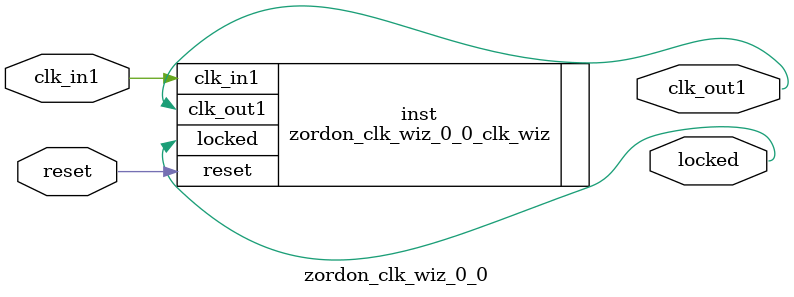
<source format=v>


`timescale 1ps/1ps

(* CORE_GENERATION_INFO = "zordon_clk_wiz_0_0,clk_wiz_v5_3_2_0,{component_name=zordon_clk_wiz_0_0,use_phase_alignment=true,use_min_o_jitter=false,use_max_i_jitter=false,use_dyn_phase_shift=false,use_inclk_switchover=false,use_dyn_reconfig=false,enable_axi=0,feedback_source=FDBK_AUTO,PRIMITIVE=PLL,num_out_clk=1,clkin1_period=8.0,clkin2_period=10.0,use_power_down=false,use_reset=true,use_locked=true,use_inclk_stopped=false,feedback_type=SINGLE,CLOCK_MGR_TYPE=NA,manual_override=false}" *)

module zordon_clk_wiz_0_0 
 (
  // Clock out ports
  output        clk_out1,
  // Status and control signals
  input         reset,
  output        locked,
 // Clock in ports
  input         clk_in1
 );

  zordon_clk_wiz_0_0_clk_wiz inst
  (
  // Clock out ports  
  .clk_out1(clk_out1),
  // Status and control signals               
  .reset(reset), 
  .locked(locked),
 // Clock in ports
  .clk_in1(clk_in1)
  );

endmodule

</source>
